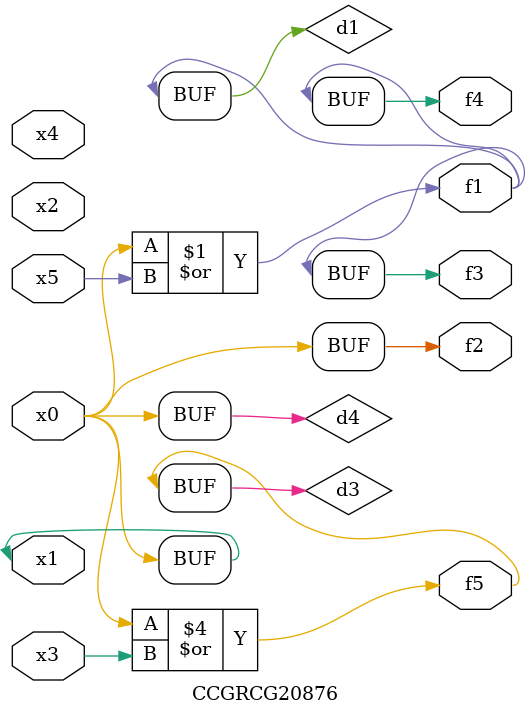
<source format=v>
module CCGRCG20876(
	input x0, x1, x2, x3, x4, x5,
	output f1, f2, f3, f4, f5
);

	wire d1, d2, d3, d4;

	or (d1, x0, x5);
	xnor (d2, x1, x4);
	or (d3, x0, x3);
	buf (d4, x0, x1);
	assign f1 = d1;
	assign f2 = d4;
	assign f3 = d1;
	assign f4 = d1;
	assign f5 = d3;
endmodule

</source>
